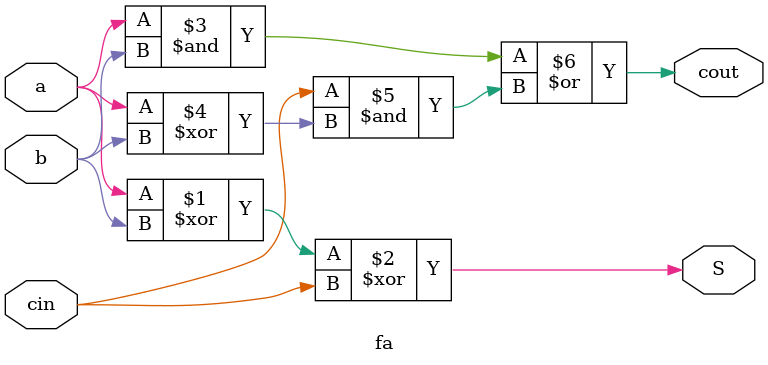
<source format=sv>
`default_nettype none
module fa (
  input logic a, b, cin,
  output logic S, cout
);
  assign S = a ^ b ^ cin;
  assign cout = (a & b) | (cin & (a ^ b));
endmodule
</source>
